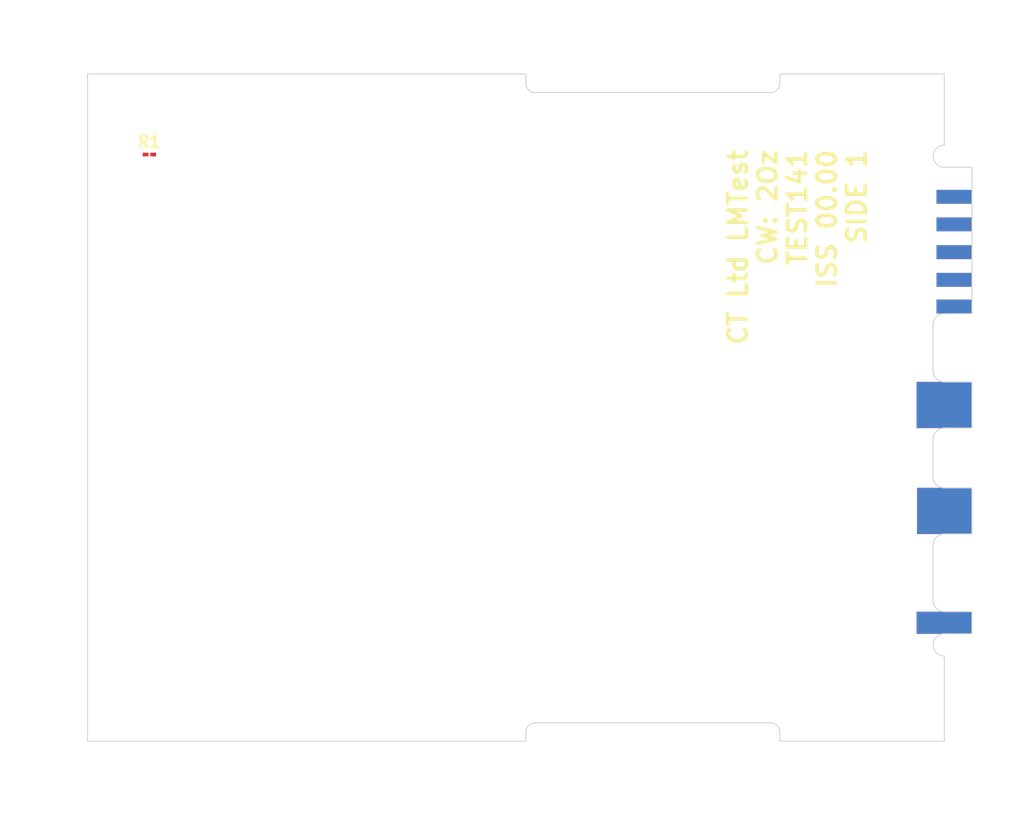
<source format=kicad_pcb>
(kicad_pcb (version 20221018) (generator pcbnew)
  (title_block (title "TEST141") (date "2023-06-13") (rev "00.00") (company "Control Techniques") (comment 1 "LM Test Board"))
  (layers (0 "F.Cu" signal) (31 "B.Cu" signal) (34 "B.Paste" user) (35 "F.Paste" user) (36 "B.SilkS" user "B.Silkscreen") (37 "F.SilkS" user "F.Silkscreen") (38 "B.Mask" user) (39 "F.Mask" user) (44 "Edge.Cuts" user))
  (net 0 "")
  (footprint "kikit:Tab" (layer "F.Cu") (at 103.59 15.91 -90)
    (fp_text reference "REF**" hide)
    (fp_text value "Tab")
  )
  (footprint "kikit:Tab" (layer "F.Cu") (at 17.9 31.84)
    (fp_text reference "REF**" hide)
    (fp_text value "Tab")
  )
  (footprint "kikit:Tab" (layer "F.Cu") (at 32.01 91.37 90)
    (fp_text reference "REF**" hide)
    (fp_text value "Tab")
  )
  (footprint "kikit:Tab" (layer "F.Cu") (at 103.59 91.37 90)
    (fp_text reference "REF**" hide)
    (fp_text value "Tab")
  )
  (footprint "kikit:Tab" (layer "F.Cu") (at 19.2 82.73)
    (fp_text reference "REF**" hide)
    (fp_text value "Tab")
  )
  (footprint "kikit:Tab" (layer "F.Cu") (at 32.01 15.83 -90)
    (fp_text reference "REF**" hide)
    (fp_text value "Tab")
  )
  (footprint "SamacSys_Parts:RESC0603X26N" (layer "F.Cu") (at 27.735238 26.233336)
    (fp_text reference "R1" (at -0.01 -1.37) (layer "F.SilkS") (effects (font (size 1.27 1.27) (thickness 0.254))))
    (fp_text value "1k" hide)
    (pad "1" smd rect (at -0.412 0 90) (size 0.4 0.625) (layers "F.Cu" "F.Paste" "F.Mask"))
    (pad "2" smd rect (at 0.412 0 90) (size 0.4 0.625) (layers "F.Cu" "F.Paste" "F.Mask"))
  )
  (footprint "kikit:Tab" (layer "F.Cu") (at 116.14 84.68 180)
    (fp_text reference "REF**" hide)
    (fp_text value "Tab")
  )
  (footprint "kikit:Tab" (layer "F.Cu") (at 115.1 22.86 180)
    (fp_text reference "REF**" hide)
    (fp_text value "Tab")
  )
  (gr_rect (start 110.89 62.36) (end 116.89 67.36) (fill solid) (layer "F.Cu"))
  (gr_rect (start 110.84 50.88) (end 116.84 55.88) (fill solid) (layer "F.Cu"))
  (gr_rect (start 113 33.06) (end 116.78 34.56) (fill solid) (layer "F.Cu"))
  (gr_rect (start 113 39.06) (end 116.78 40.56) (fill solid) (layer "F.Cu"))
  (gr_rect (start 110.84 75.78) (end 116.84 78.18) (fill solid) (layer "F.Cu"))
  (gr_rect (start 112.99 41.96) (end 116.77 43.46) (fill solid) (layer "F.Cu"))
  (gr_rect (start 112.99 30.06) (end 116.77 31.56) (fill solid) (layer "F.Cu"))
  (gr_rect (start 113 36.06) (end 116.78 37.56) (fill solid) (layer "F.Cu"))
  (gr_rect (start 112.99 39.06) (end 116.77 40.56) (fill solid) (layer "B.Cu"))
  (gr_rect (start 113 41.96) (end 116.78 43.46) (fill solid) (layer "B.Cu"))
  (gr_rect (start 112.99 36.06) (end 116.77 37.56) (fill solid) (layer "B.Cu"))
  (gr_rect (start 112.99 33.06) (end 116.77 34.56) (fill solid) (layer "B.Cu"))
  (gr_rect (start 113 30.06) (end 116.78 31.56) (fill solid) (layer "B.Cu"))
  (gr_rect (start 110.89 62.35) (end 116.79 67.35) (fill solid) (layer "B.Cu"))
  (gr_rect (start 110.84 50.88) (end 116.84 55.88) (fill solid) (layer "B.Cu"))
  (gr_rect (start 110.84 75.78) (end 116.84 78.18) (fill solid) (layer "B.Cu"))
  (gr_line (start 113.84 75.78) (end 116.84 75.78) (stroke (width 0.1)) (layer "Edge.Cuts"))
  (gr_line (start 68.52 89.83) (end 21.04 89.83) (stroke (width 0.1)) (layer "Edge.Cuts"))
  (gr_arc (start 95.03 87.83) (mid 95.737107 88.122893) (end 96.03 88.83) (stroke (width 0.1)) (layer "Edge.Cuts"))
  (gr_arc (start 96.03 18.51) (mid 95.737107 19.217107) (end 95.03 19.51) (stroke (width 0.1)) (layer "Edge.Cuts"))
  (gr_line (start 116.84 67.36) (end 116.84 62.36) (stroke (width 0.1)) (layer "Edge.Cuts"))
  (gr_arc (start 113.84 50.88) (mid 112.97733 50.52267) (end 112.62 49.66) (stroke (width 0.1)) (layer "Edge.Cuts"))
  (gr_arc (start 68.52 88.83) (mid 68.812893 88.122893) (end 69.52 87.83) (stroke (width 0.1)) (layer "Edge.Cuts"))
  (gr_arc (start 113.84 62.36) (mid 112.97733 62.00267) (end 112.62 61.14) (stroke (width 0.1)) (layer "Edge.Cuts"))
  (gr_arc (start 112.62 68.58) (mid 112.97733 67.71733) (end 113.84 67.36) (stroke (width 0.1)) (layer "Edge.Cuts"))
  (gr_line (start 68.52 17.51) (end 68.52 18.51) (stroke (width 0.1)) (layer "Edge.Cuts"))
  (gr_line (start 113.84 27.61) (end 116.84 27.61) (stroke (width 0.1)) (layer "Edge.Cuts"))
  (gr_line (start 96.03 18.51) (end 96.03 17.51) (stroke (width 0.1)) (layer "Edge.Cuts"))
  (gr_line (start 116.84 75.78) (end 116.84 78.18) (stroke (width 0.1)) (layer "Edge.Cuts"))
  (gr_line (start 113.84 25.21) (end 113.84 17.51) (stroke (width 0.1)) (layer "Edge.Cuts"))
  (gr_line (start 68.52 88.83) (end 68.52 89.83) (stroke (width 0.1)) (layer "Edge.Cuts"))
  (gr_line (start 116.84 78.18) (end 113.84 78.18) (stroke (width 0.1)) (layer "Edge.Cuts"))
  (gr_line (start 69.52 19.51) (end 95.03 19.51) (stroke (width 0.1)) (layer "Edge.Cuts"))
  (gr_line (start 21.04 17.51) (end 68.52 17.51) (stroke (width 0.1)) (layer "Edge.Cuts"))
  (gr_arc (start 113.84 27.61) (mid 112.64 26.41) (end 113.84 25.21) (stroke (width 0.1)) (layer "Edge.Cuts"))
  (gr_arc (start 113.84 75.78) (mid 112.97733 75.42267) (end 112.62 74.56) (stroke (width 0.1)) (layer "Edge.Cuts"))
  (gr_line (start 112.62 68.58) (end 112.62 74.56) (stroke (width 0.1)) (layer "Edge.Cuts"))
  (gr_arc (start 69.52 19.51) (mid 68.812893 19.217107) (end 68.52 18.51) (stroke (width 0.1)) (layer "Edge.Cuts"))
  (gr_line (start 95.03 87.83) (end 69.52 87.83) (stroke (width 0.1)) (layer "Edge.Cuts"))
  (gr_line (start 116.84 55.88) (end 113.84 55.88) (stroke (width 0.1)) (layer "Edge.Cuts"))
  (gr_line (start 113.84 89.83) (end 96.03 89.83) (stroke (width 0.1)) (layer "Edge.Cuts"))
  (gr_line (start 96.03 89.83) (end 96.03 88.83) (stroke (width 0.1)) (layer "Edge.Cuts"))
  (gr_line (start 116.84 43.48) (end 113.84 43.48) (stroke (width 0.1)) (layer "Edge.Cuts"))
  (gr_line (start 116.84 27.61) (end 116.84 43.48) (stroke (width 0.1)) (layer "Edge.Cuts"))
  (gr_arc (start 113.84 80.58) (mid 112.64 79.38) (end 113.84 78.18) (stroke (width 0.1)) (layer "Edge.Cuts"))
  (gr_line (start 112.62 57.1) (end 112.62 61.14) (stroke (width 0.1)) (layer "Edge.Cuts"))
  (gr_line (start 112.62 44.7) (end 112.62 49.66) (stroke (width 0.1)) (layer "Edge.Cuts"))
  (gr_line (start 21.04 89.83) (end 21.04 17.51) (stroke (width 0.1)) (layer "Edge.Cuts"))
  (gr_arc (start 112.62 57.1) (mid 112.97733 56.23733) (end 113.84 55.88) (stroke (width 0.1)) (layer "Edge.Cuts"))
  (gr_line (start 113.84 67.36) (end 116.84 67.36) (stroke (width 0.1)) (layer "Edge.Cuts"))
  (gr_line (start 113.84 80.58) (end 113.84 89.83) (stroke (width 0.1)) (layer "Edge.Cuts"))
  (gr_line (start 113.84 62.36) (end 116.84 62.36) (stroke (width 0.1)) (layer "Edge.Cuts"))
  (gr_line (start 113.84 50.88) (end 116.84 50.88) (stroke (width 0.1)) (layer "Edge.Cuts"))
  (gr_line (start 116.84 50.88) (end 116.84 55.88) (stroke (width 0.1)) (layer "Edge.Cuts"))
  (gr_line (start 96.03 17.51) (end 113.84 17.51) (stroke (width 0.1)) (layer "Edge.Cuts"))
  (gr_arc (start 112.62 44.7) (mid 112.97733 43.83733) (end 113.84 43.48) (stroke (width 0.1)) (layer "Edge.Cuts"))
  (gr_text "CT Ltd LMTest\nCW: 2Oz\nTEST141\nISS 00.00\nSIDE 1" (at 105.53 25.5 90) (layer "F.SilkS") (effects (font (size 2 2) (thickness 0.4) bold) (justify right bottom)))
)
</source>
